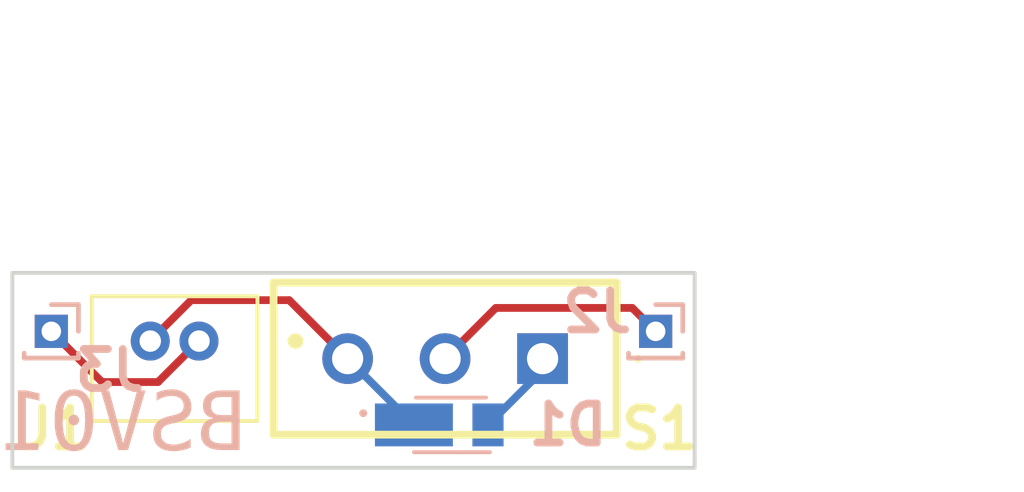
<source format=kicad_pcb>
(kicad_pcb (version 20240108) (generator "pcbnew") (generator_version "8.0")
  (layers (0 "F.Cu" signal) (31 "B.Cu" signal) (34 "B.Paste" user) (35 "F.Paste" user) (36 "B.SilkS" user "B.Silkscreen") (37 "F.SilkS" user "F.Silkscreen") (38 "B.Mask" user) (39 "F.Mask" user) (44 "Edge.Cuts" user))
  (net 0 "")
  (net 1 "Battery  +")
  (net 2 "Power  + ")
  (net 3 "Battery  -")
  (net 4 "Net-(D1-A)")
  (footprint "SamacSys_Parts:530470210" (layer "F.Cu") (at 144.7875 62.75)
    (property "Reference" "J1" (at -3.6875 2.25 0) (layer "F.SilkS") (effects (font (thickness 0.2) (bold yes))))
    (property "Value" "Battery" (hide yes))
    (fp_line (start -2.75 -1.15) (end 1.5 -1.15) (stroke (width 0.1)) (layer "F.SilkS"))
    (fp_line (start -2.75 2.05) (end -2.75 -1.15) (stroke (width 0.1)) (layer "F.SilkS"))
    (fp_line (start 1.5 -1.15) (end 1.5 2.05) (stroke (width 0.1)) (layer "F.SilkS"))
    (fp_line (start 1.5 2.05) (end -2.75 2.05) (stroke (width 0.1)) (layer "F.SilkS"))
    (fp_line (start 2.375 0) (end 2.375 0) (stroke (width 0.2)) (layer "F.SilkS"))
    (fp_line (start 2.575 0) (end 2.575 0) (stroke (width 0.2)) (layer "F.SilkS"))
    (fp_arc (start 2.375 0) (mid 2.475 -0.1) (end 2.575 0) (stroke (width 0.2)) (layer "F.SilkS"))
    (fp_arc (start 2.575 0) (mid 2.475 0.1) (end 2.375 0) (stroke (width 0.2)) (layer "F.SilkS"))
    (pad "1" thru_hole circle (at 0 0) (size 1 1) (drill 0.55) (layers "*.Cu" "*.Mask") (net 3 "Battery  -"))
    (pad "2" thru_hole circle (at -1.25 0) (size 1 1) (drill 0.55) (layers "*.Cu" "*.Mask") (net 1 "Battery  +"))
  )
  (footprint "SamacSys_Parts:SLW8839352AD" (layer "F.Cu") (at 153.6 63.2 180)
    (property "Reference" "S1" (at -3 -1.8 180) (layer "F.SilkS") (effects (font (thickness 0.2) (bold yes))))
    (property "Value" "SLW-883935-2A-D" (hide yes))
    (fp_line (start 6.9 1.95) (end -1.9 1.95) (stroke (width 0.2)) (layer "F.SilkS"))
    (fp_line (start 6.9 -1.95) (end 6.9 1.95) (stroke (width 0.2)) (layer "F.SilkS"))
    (fp_line (start -1.9 1.95) (end -1.9 -1.95) (stroke (width 0.2)) (layer "F.SilkS"))
    (fp_line (start -1.9 -1.95) (end 6.9 -1.95) (stroke (width 0.2)) (layer "F.SilkS"))
    (fp_line (start -2.4 0) (end -2.4 0) (stroke (width 0.1)) (layer "F.SilkS"))
    (fp_line (start -2.5 0) (end -2.5 0) (stroke (width 0.1)) (layer "F.SilkS"))
    (fp_arc (start -2.4 0) (mid -2.45 0.05) (end -2.5 0) (stroke (width 0.1)) (layer "F.SilkS"))
    (fp_arc (start -2.5 0) (mid -2.45 -0.05) (end -2.4 0) (stroke (width 0.1)) (layer "F.SilkS"))
    (pad "1" thru_hole rect (at 0 0 180) (size 1.3 1.3) (drill 0.8) (layers "*.Cu" "*.Mask") (net 4 "Net-(D1-A)"))
    (pad "2" thru_hole circle (at 2.5 0 180) (size 1.3 1.3) (drill 0.8) (layers "*.Cu" "*.Mask") (net 2 "Power  + "))
    (pad "3" thru_hole circle (at 5 0 180) (size 1.3 1.3) (drill 0.8) (layers "*.Cu" "*.Mask") (net 1 "Battery  +"))
  )
  (footprint "SamacSys_Parts:CUHS20S40H3F" (layer "B.Cu") (at 151.25 64.9)
    (property "Reference" "D1" (at 3 0 180) (layer "B.SilkS") (effects (font (thickness 0.2) (bold yes)) (justify mirror)))
    (property "Value" "CUHS20S30,H3F" (hide yes))
    (fp_line (start -2.3 -0.3) (end -2.3 -0.3) (stroke (width 0.1)) (layer "B.SilkS"))
    (fp_line (start -2.2 -0.3) (end -2.2 -0.3) (stroke (width 0.1)) (layer "B.SilkS"))
    (fp_line (start 0.9 -0.7) (end -0.9 -0.7) (stroke (width 0.1)) (layer "B.SilkS"))
    (fp_line (start 1 0.7) (end -0.95 0.7) (stroke (width 0.1)) (layer "B.SilkS"))
    (fp_arc (start -2.3 -0.3) (mid -2.25 -0.35) (end -2.2 -0.3) (stroke (width 0.1)) (layer "B.SilkS"))
    (fp_arc (start -2.2 -0.3) (mid -2.25 -0.25) (end -2.3 -0.3) (stroke (width 0.1)) (layer "B.SilkS"))
    (pad "1" smd rect (at -0.95 0 270) (size 1.1 2) (layers "B.Cu" "B.Paste" "B.Mask") (net 1 "Battery  +"))
    (pad "2" smd rect (at 0.95 0) (size 0.8 1.1) (layers "B.Cu" "B.Paste" "B.Mask") (net 4 "Net-(D1-A)"))
  )
  (footprint "Connector_PinHeader_1.00mm:PinHeader_1x01_P1.00mm_Vertical" (layer "B.Cu") (at 156.5 62.5 180)
    (property "Reference" "J2" (at 1.5 0.5 180) (layer "B.SilkS") (effects (font (thickness 0.2) (bold yes)) (justify mirror)))
    (property "Value" "Power +" (hide yes))
    (fp_line (start 0.695 -0.56) (end 0.695 -0.685) (stroke (width 0.12)) (layer "B.SilkS"))
    (fp_line (start 0.695 -0.685) (end 0.608276 -0.685) (stroke (width 0.12)) (layer "B.SilkS"))
    (fp_line (start 0.695 -0.685) (end -0.695 -0.685) (stroke (width 0.12)) (layer "B.SilkS"))
    (fp_line (start 0 0.685) (end -0.695 0.685) (stroke (width 0.12)) (layer "B.SilkS"))
    (fp_line (start -0.608276 -0.685) (end -0.695 -0.685) (stroke (width 0.12)) (layer "B.SilkS"))
    (fp_line (start -0.695 0.685) (end -0.695 0) (stroke (width 0.12)) (layer "B.SilkS"))
    (fp_line (start -0.695 -0.56) (end -0.695 -0.685) (stroke (width 0.12)) (layer "B.SilkS"))
    (pad "1" thru_hole rect (at 0 0 180) (size 0.85 0.85) (drill 0.5) (layers "*.Cu" "*.Mask") (net 2 "Power  + "))
  )
  (footprint "Connector_PinHeader_1.00mm:PinHeader_1x01_P1.00mm_Vertical" (layer "B.Cu") (at 141 62.5 180)
    (property "Reference" "J3" (at -1.5 -1 180) (layer "B.SilkS") (effects (font (thickness 0.2) (bold yes)) (justify mirror)))
    (property "Value" "Power -" (hide yes))
    (fp_line (start 0.695 -0.56) (end 0.695 -0.685) (stroke (width 0.12)) (layer "B.SilkS"))
    (fp_line (start 0.695 -0.685) (end 0.608276 -0.685) (stroke (width 0.12)) (layer "B.SilkS"))
    (fp_line (start 0.695 -0.685) (end -0.695 -0.685) (stroke (width 0.12)) (layer "B.SilkS"))
    (fp_line (start 0 0.685) (end -0.695 0.685) (stroke (width 0.12)) (layer "B.SilkS"))
    (fp_line (start -0.608276 -0.685) (end -0.695 -0.685) (stroke (width 0.12)) (layer "B.SilkS"))
    (fp_line (start -0.695 0.685) (end -0.695 0) (stroke (width 0.12)) (layer "B.SilkS"))
    (fp_line (start -0.695 -0.56) (end -0.695 -0.685) (stroke (width 0.12)) (layer "B.SilkS"))
    (pad "1" thru_hole rect (at 0 0 180) (size 0.85 0.85) (drill 0.5) (layers "*.Cu" "*.Mask") (net 3 "Battery  -"))
  )
  (gr_rect (start 140 61) (end 157.5 66) (stroke (width 0.1)) (fill none) (layer "Edge.Cuts"))
  (gr_text "BSV01" (at 146 65.8 0) (layer "B.SilkS") (effects (font (size 1.5 1.5) (thickness 0.125)) (justify left bottom mirror)))
  (segment (start 144.5875 61.7) (end 147.1 61.7) (width 0.2) (layer "F.Cu") (net 1))
  (segment (start 147.1 61.7) (end 148.6 63.2) (width 0.2) (layer "F.Cu") (net 1))
  (segment (start 143.5375 62.75) (end 144.5875 61.7) (width 0.2) (layer "F.Cu") (net 1))
  (segment (start 148.6 63.2) (end 150.3 64.9) (width 0.2) (layer "B.Cu") (net 1))
  (segment (start 155.9 61.9) (end 156.5 62.5) (width 0.2) (layer "F.Cu") (net 2))
  (segment (start 152.4 61.9) (end 155.9 61.9) (width 0.2) (layer "F.Cu") (net 2))
  (segment (start 151.1 63.2) (end 152.4 61.9) (width 0.2) (layer "F.Cu") (net 2))
  (segment (start 141 62.5) (end 142.3 63.8) (width 0.2) (layer "F.Cu") (net 3))
  (segment (start 142.3 63.8) (end 143.7375 63.8) (width 0.2) (layer "F.Cu") (net 3))
  (segment (start 143.7375 63.8) (end 144.7875 62.75) (width 0.2) (layer "F.Cu") (net 3))
  (segment (start 152.2 64.9) (end 153.6 63.5) (width 0.2) (layer "B.Cu") (net 4))
  (segment (start 153.6 63.5) (end 153.6 63.2) (width 0.2) (layer "B.Cu") (net 4))
)
</source>
